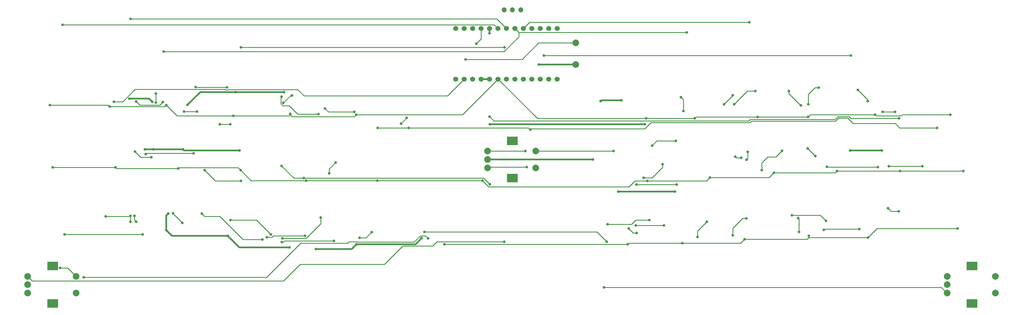
<source format=gbr>
G04 #@! TF.GenerationSoftware,KiCad,Pcbnew,(6.0.10)*
G04 #@! TF.CreationDate,2023-02-02T10:31:19+09:00*
G04 #@! TF.ProjectId,GT40,47543430-2e6b-4696-9361-645f70636258,rev?*
G04 #@! TF.SameCoordinates,Original*
G04 #@! TF.FileFunction,Copper,L1,Top*
G04 #@! TF.FilePolarity,Positive*
%FSLAX46Y46*%
G04 Gerber Fmt 4.6, Leading zero omitted, Abs format (unit mm)*
G04 Created by KiCad (PCBNEW (6.0.10)) date 2023-02-02 10:31:19*
%MOMM*%
%LPD*%
G01*
G04 APERTURE LIST*
G04 #@! TA.AperFunction,ComponentPad*
%ADD10C,2.000000*%
G04 #@! TD*
G04 #@! TA.AperFunction,ComponentPad*
%ADD11R,3.200000X2.500000*%
G04 #@! TD*
G04 #@! TA.AperFunction,ComponentPad*
%ADD12O,1.500000X1.500000*%
G04 #@! TD*
G04 #@! TA.AperFunction,ComponentPad*
%ADD13C,1.524000*%
G04 #@! TD*
G04 #@! TA.AperFunction,ViaPad*
%ADD14C,0.800000*%
G04 #@! TD*
G04 #@! TA.AperFunction,Conductor*
%ADD15C,0.250000*%
G04 #@! TD*
G04 #@! TA.AperFunction,Conductor*
%ADD16C,0.500000*%
G04 #@! TD*
G04 APERTURE END LIST*
D10*
X25837500Y-99425000D03*
X25837500Y-104425000D03*
X25837500Y-101925000D03*
D11*
X33337500Y-107525000D03*
X33337500Y-96325000D03*
D10*
X40337500Y-104425000D03*
X40337500Y-99425000D03*
X302062500Y-99425000D03*
X302062500Y-104425000D03*
X302062500Y-101925000D03*
D11*
X309562500Y-96325000D03*
X309562500Y-107525000D03*
D10*
X316562500Y-104425000D03*
X316562500Y-99425000D03*
X163950000Y-61793700D03*
X163950000Y-66793700D03*
X163950000Y-64293700D03*
D11*
X171450000Y-69893700D03*
X171450000Y-58693700D03*
D10*
X178450000Y-66793700D03*
X178450000Y-61793700D03*
X190500000Y-29250000D03*
X190500000Y-35750000D03*
D12*
X171450000Y-19350000D03*
X168950000Y-19350000D03*
X173950000Y-19350000D03*
D13*
X156972000Y-40156400D03*
X159512000Y-40156400D03*
X162052000Y-40156400D03*
X164592000Y-40156400D03*
X167132000Y-40156400D03*
X169672000Y-40156400D03*
X172212000Y-40156400D03*
X174752000Y-40156400D03*
X177292000Y-40156400D03*
X179832000Y-40156400D03*
X182372000Y-40156400D03*
X184912000Y-40156400D03*
X184912000Y-24936400D03*
X182372000Y-24936400D03*
X179832000Y-24936400D03*
X177292000Y-24936400D03*
X174752000Y-24936400D03*
X172212000Y-24936400D03*
X169672000Y-24936400D03*
X167132000Y-24936400D03*
X164592000Y-24936400D03*
X162052000Y-24936400D03*
X159512000Y-24936400D03*
X156972000Y-24936400D03*
X154432000Y-24936400D03*
X154432000Y-40156400D03*
D14*
X50475800Y-48343300D03*
X104754100Y-50548100D03*
X211681600Y-51972400D03*
X245090200Y-51538900D03*
X226198000Y-51972400D03*
X67494300Y-47942100D03*
X302986600Y-50810000D03*
X124556500Y-50845700D03*
X260229200Y-51538900D03*
X87640100Y-51143300D03*
X32539800Y-47952800D03*
X280428200Y-50810000D03*
X162452900Y-70610000D03*
X287944600Y-67750300D03*
X52215100Y-66650000D03*
X33387900Y-66650000D03*
X71007300Y-67006700D03*
X269018900Y-67750300D03*
X109490400Y-70610000D03*
X250000200Y-68308100D03*
X230757200Y-69724800D03*
X130908500Y-70610000D03*
X89803500Y-67517000D03*
X306950100Y-67750300D03*
X211956900Y-70689000D03*
X60400200Y-86795300D03*
X241217100Y-88234100D03*
X36879200Y-86795300D03*
X102181700Y-89142600D03*
X222461700Y-89435000D03*
X260494500Y-87264800D03*
X206077500Y-89784000D03*
X117817000Y-88724400D03*
X151053000Y-89784000D03*
X278315700Y-87749400D03*
X305248500Y-85064500D03*
X72315500Y-83348100D03*
X69537600Y-80503000D03*
X72841600Y-49904800D03*
X76729900Y-49904800D03*
X113848600Y-81742400D03*
X102340600Y-88006000D03*
X105226900Y-45046900D03*
X102641200Y-47262300D03*
X118326400Y-65191500D03*
X116441000Y-68455200D03*
X125534100Y-87870300D03*
X129182200Y-86099600D03*
X216577400Y-65752700D03*
X210891600Y-69795000D03*
X208796700Y-86408600D03*
X206392300Y-85071500D03*
X222824600Y-49716700D03*
X222091100Y-45607700D03*
X240156700Y-63747900D03*
X238426200Y-63442800D03*
X238101200Y-47685600D03*
X244446300Y-43714600D03*
X246340400Y-67504000D03*
X252451600Y-61648400D03*
X241692000Y-82028900D03*
X237645500Y-87036300D03*
X260370700Y-47724200D03*
X263470800Y-42717000D03*
X257329800Y-81917100D03*
X257516700Y-86024400D03*
X286390500Y-49977100D03*
X282720400Y-49977100D03*
X284523100Y-66320600D03*
X294645700Y-66320600D03*
X287513600Y-79895000D03*
X284319100Y-78946100D03*
X195655500Y-64293700D03*
X73858900Y-47902200D03*
X102823400Y-44055700D03*
X220261200Y-73971400D03*
X203297100Y-73971400D03*
X179400000Y-35800000D03*
X88303800Y-44055700D03*
X197956100Y-46769700D03*
X204246800Y-46521600D03*
X60997200Y-61273100D03*
X211247900Y-53674100D03*
X72442000Y-61273100D03*
X282402300Y-61601100D03*
X68025000Y-80566000D03*
X144186700Y-87930600D03*
X124613400Y-89779800D03*
X164592000Y-26368900D03*
X272940100Y-61601100D03*
X112388600Y-91248600D03*
X67480500Y-85513300D03*
X63584400Y-61273100D03*
X104469400Y-90672000D03*
X85957500Y-87221300D03*
X89524900Y-61610200D03*
X56387400Y-46011400D03*
X164635700Y-53674100D03*
X63200300Y-46946100D03*
X58410100Y-46861500D03*
X66454000Y-47059200D03*
X51761200Y-46928700D03*
X85642800Y-42636100D03*
X76260900Y-42512300D03*
X115179500Y-48934900D03*
X123932700Y-50025000D03*
X137971100Y-53536300D03*
X139707900Y-51799500D03*
X61285600Y-62652100D03*
X75661800Y-62463700D03*
X57925000Y-81263500D03*
X58071100Y-61929100D03*
X58415300Y-83014100D03*
X63008300Y-63629300D03*
X86789100Y-82490000D03*
X98889200Y-86791900D03*
X145017200Y-86022300D03*
X199825000Y-89044500D03*
X208543700Y-84074700D03*
X217025300Y-84074700D03*
X275703500Y-85228900D03*
X264974300Y-85461500D03*
X265892700Y-66507000D03*
X281260700Y-66539300D03*
X220822400Y-71789200D03*
X208691400Y-71789200D03*
X36288900Y-23784100D03*
X201803500Y-61793700D03*
X35547500Y-96901800D03*
X168991500Y-89044500D03*
X146093800Y-88015600D03*
X42655700Y-99707600D03*
X220578400Y-58730000D03*
X49276600Y-81358700D03*
X212601300Y-82499500D03*
X200102100Y-83767800D03*
X56749400Y-83029400D03*
X56749400Y-22037500D03*
X213419100Y-60108700D03*
X56722900Y-81264100D03*
X234996700Y-47685600D03*
X237619700Y-45021700D03*
X242140700Y-61982300D03*
X64363600Y-47220100D03*
X229857600Y-82981300D03*
X66690400Y-31852000D03*
X223810600Y-26073800D03*
X64300400Y-44458000D03*
X96301400Y-88316600D03*
X227071700Y-87565500D03*
X241805000Y-64336500D03*
X78147200Y-80542100D03*
X109138200Y-87280800D03*
X86652400Y-53681000D03*
X265676200Y-82745700D03*
X262419800Y-63247400D03*
X242643800Y-23090000D03*
X79017100Y-67495500D03*
X258120700Y-48043000D03*
X83581900Y-53681000D03*
X254509400Y-43718000D03*
X97691800Y-87655300D03*
X89904000Y-30575200D03*
X169113200Y-30575200D03*
X89908200Y-70701400D03*
X255433900Y-81057700D03*
X260185700Y-61013300D03*
X164658400Y-71731000D03*
X113214600Y-50665500D03*
X278195300Y-46734000D03*
X273164400Y-33046600D03*
X180947700Y-33046600D03*
X102110100Y-66208400D03*
X108780300Y-69884800D03*
X102069700Y-45438200D03*
X275201800Y-43367100D03*
X176866300Y-55337000D03*
X140322600Y-54770000D03*
X130952200Y-54770000D03*
X299048700Y-54770000D03*
X175369200Y-61793700D03*
X175732500Y-66539900D03*
X287621600Y-51955000D03*
X164613700Y-51387300D03*
X198926500Y-102698600D03*
X157400000Y-34200000D03*
X160600000Y-29500000D03*
D15*
X245090200Y-51538900D02*
X226631500Y-51538900D01*
X245090200Y-51538900D02*
X260229200Y-51538900D01*
X260958100Y-50810000D02*
X260229200Y-51538900D01*
X288619900Y-50810000D02*
X302986600Y-50810000D01*
X280822000Y-51203800D02*
X288226100Y-51203800D01*
X124011600Y-51390600D02*
X124556500Y-50845700D01*
X105299000Y-51390600D02*
X124011600Y-51390600D01*
X156442700Y-50845700D02*
X124556500Y-50845700D01*
X32539800Y-47952800D02*
X50085300Y-47952800D01*
X104754100Y-50845700D02*
X104754100Y-50548100D01*
X67033500Y-48402900D02*
X67494300Y-47942100D01*
X67494300Y-47942100D02*
X70695500Y-51143300D01*
X178948000Y-51972400D02*
X167132000Y-40156400D01*
X280428200Y-50810000D02*
X280822000Y-51203800D01*
X70695500Y-51143300D02*
X87640100Y-51143300D01*
X50085300Y-47952800D02*
X50475800Y-48343300D01*
X211681600Y-51972400D02*
X178948000Y-51972400D01*
X50475800Y-48343300D02*
X50535400Y-48402900D01*
X226198000Y-51972400D02*
X211681600Y-51972400D01*
X104456500Y-51143300D02*
X104754100Y-50845700D01*
X104754100Y-50845700D02*
X105299000Y-51390600D01*
X226631500Y-51538900D02*
X226198000Y-51972400D01*
X288226100Y-51203800D02*
X288619900Y-50810000D01*
X50535400Y-48402900D02*
X67033500Y-48402900D01*
X280428200Y-50810000D02*
X260958100Y-50810000D01*
X87640100Y-51143300D02*
X104456500Y-51143300D01*
X167132000Y-40156400D02*
X156442700Y-50845700D01*
X89056900Y-66770400D02*
X71243600Y-66770400D01*
X162452900Y-70610000D02*
X164348800Y-72505900D01*
X250000200Y-68308100D02*
X268461100Y-68308100D01*
X92896500Y-70610000D02*
X109490400Y-70610000D01*
X206462300Y-72505900D02*
X208279200Y-70689000D01*
X248583500Y-69724800D02*
X250000200Y-68308100D01*
X164348800Y-72505900D02*
X206462300Y-72505900D01*
X52571800Y-67006700D02*
X71007300Y-67006700D01*
X269018900Y-67750300D02*
X287944600Y-67750300D01*
X268461100Y-68308100D02*
X269018900Y-67750300D01*
X229793000Y-70689000D02*
X230757200Y-69724800D01*
X230757200Y-69724800D02*
X248583500Y-69724800D01*
X130908500Y-70610000D02*
X162452900Y-70610000D01*
X211956900Y-70689000D02*
X229793000Y-70689000D01*
X287944600Y-67750300D02*
X306950100Y-67750300D01*
X89803500Y-67517000D02*
X92896500Y-70610000D01*
X208279200Y-70689000D02*
X211956900Y-70689000D01*
X89803500Y-67517000D02*
X89056900Y-66770400D01*
X71243600Y-66770400D02*
X71007300Y-67006700D01*
X52215100Y-66650000D02*
X52571800Y-67006700D01*
X33387900Y-66650000D02*
X52215100Y-66650000D01*
X109490400Y-70610000D02*
X130908500Y-70610000D01*
X206077500Y-89784000D02*
X206426500Y-89435000D01*
X305248500Y-85064500D02*
X281000600Y-85064500D01*
X206077500Y-89784000D02*
X151053000Y-89784000D01*
X117817000Y-88724400D02*
X103011300Y-88724400D01*
X260494500Y-87749400D02*
X278315700Y-87749400D01*
X260494500Y-87749400D02*
X260494500Y-87264800D01*
X241217100Y-88234100D02*
X260009800Y-88234100D01*
X103011300Y-88724400D02*
X102593100Y-89142600D01*
X260009800Y-88234100D02*
X260494500Y-87749400D01*
X102593100Y-89142600D02*
X102181700Y-89142600D01*
X240016200Y-89435000D02*
X241217100Y-88234100D01*
X222461700Y-89435000D02*
X240016200Y-89435000D01*
X36879200Y-86795300D02*
X60400200Y-86795300D01*
X281000600Y-85064500D02*
X278315700Y-87749400D01*
X206426500Y-89435000D02*
X222461700Y-89435000D01*
X72315500Y-83348100D02*
X69537600Y-80570200D01*
X69537600Y-80570200D02*
X69537600Y-80503000D01*
X72841600Y-49904800D02*
X76729900Y-49904800D01*
X102340600Y-88006000D02*
X109438500Y-88006000D01*
X109438500Y-88006000D02*
X113848600Y-83595900D01*
X113848600Y-83595900D02*
X113848600Y-81742400D01*
X102641200Y-47262300D02*
X104856600Y-45046900D01*
X104856600Y-45046900D02*
X105226900Y-45046900D01*
X116441000Y-68455200D02*
X116441000Y-67076900D01*
X116441000Y-67076900D02*
X118326400Y-65191500D01*
X127411500Y-87870300D02*
X129182200Y-86099600D01*
X125534100Y-87870300D02*
X127411500Y-87870300D01*
X216577400Y-66632300D02*
X213414700Y-69795000D01*
X216577400Y-65752700D02*
X216577400Y-66632300D01*
X213414700Y-69795000D02*
X210891600Y-69795000D01*
X207729400Y-86408600D02*
X206392300Y-85071500D01*
X208796700Y-86408600D02*
X207729400Y-86408600D01*
X222824600Y-46341200D02*
X222091100Y-45607700D01*
X222824600Y-49716700D02*
X222824600Y-46341200D01*
X238731300Y-63747900D02*
X238426200Y-63442800D01*
X240156700Y-63747900D02*
X238731300Y-63747900D01*
X238101200Y-47685600D02*
X242072200Y-43714600D01*
X242072200Y-43714600D02*
X244446300Y-43714600D01*
X246340400Y-67504000D02*
X246340400Y-65308300D01*
X246340400Y-65308300D02*
X248143800Y-63504900D01*
X250595100Y-63504900D02*
X252451600Y-61648400D01*
X248143800Y-63504900D02*
X250595100Y-63504900D01*
X237645500Y-87036300D02*
X237645500Y-84989700D01*
X237645500Y-84989700D02*
X240606300Y-82028900D01*
X240606300Y-82028900D02*
X241692000Y-82028900D01*
X260370700Y-47724200D02*
X260370700Y-44718600D01*
X262372300Y-42717000D02*
X263470800Y-42717000D01*
X260370700Y-44718600D02*
X262372300Y-42717000D01*
X257516700Y-82104000D02*
X257329800Y-81917100D01*
X257516700Y-86024400D02*
X257516700Y-82104000D01*
X282720400Y-49977100D02*
X286390500Y-49977100D01*
X284523100Y-66320600D02*
X294645700Y-66320600D01*
X285268000Y-79895000D02*
X284319100Y-78946100D01*
X287513600Y-79895000D02*
X285268000Y-79895000D01*
D16*
X204246800Y-46521600D02*
X198204200Y-46521600D01*
X164592000Y-40156400D02*
X162052000Y-40156400D01*
X179450000Y-35750000D02*
X190500000Y-35750000D01*
X77705400Y-44055700D02*
X73858900Y-47902200D01*
X179400000Y-35800000D02*
X179450000Y-35750000D01*
X163950000Y-64293700D02*
X195655500Y-64293700D01*
X88303800Y-44055700D02*
X77705400Y-44055700D01*
X203297100Y-73971400D02*
X220261200Y-73971400D01*
X88303800Y-44055700D02*
X102823400Y-44055700D01*
X198204200Y-46521600D02*
X197956100Y-46769700D01*
X112388600Y-91248600D02*
X123144600Y-91248600D01*
X63200300Y-46946100D02*
X62265600Y-46011400D01*
X72779100Y-61610200D02*
X89524900Y-61610200D01*
X69188500Y-87221300D02*
X67480500Y-85513300D01*
X85957500Y-87221300D02*
X69188500Y-87221300D01*
X142375000Y-89742300D02*
X124650900Y-89742300D01*
X164592000Y-24936400D02*
X164592000Y-26368900D01*
X124650900Y-89742300D02*
X124613400Y-89779800D01*
X164635700Y-53674100D02*
X211247900Y-53674100D01*
X67480500Y-81110500D02*
X67480500Y-85513300D01*
X89408200Y-90672000D02*
X104469400Y-90672000D01*
X63584400Y-61273100D02*
X60997200Y-61273100D01*
X72442000Y-61273100D02*
X63584400Y-61273100D01*
X62265600Y-46011400D02*
X56387400Y-46011400D01*
X144186700Y-87930600D02*
X142375000Y-89742300D01*
X72442000Y-61273100D02*
X72779100Y-61610200D01*
X68025000Y-80566000D02*
X67480500Y-81110500D01*
X272940100Y-61601100D02*
X282402300Y-61601100D01*
X85957500Y-87221300D02*
X89408200Y-90672000D01*
X123144600Y-91248600D02*
X124613400Y-89779800D01*
D15*
X59501400Y-47952800D02*
X58410100Y-46861500D01*
X65560400Y-47952800D02*
X59501400Y-47952800D01*
X66454000Y-47059200D02*
X65560400Y-47952800D01*
X85943200Y-43361200D02*
X86001400Y-43303000D01*
X106959400Y-43303000D02*
X108856800Y-45200400D01*
X151928000Y-45200400D02*
X156972000Y-40156400D01*
X85342500Y-43361200D02*
X85943200Y-43361200D01*
X54406300Y-46928700D02*
X58090300Y-43244700D01*
X85226000Y-43244700D02*
X85342500Y-43361200D01*
X51761200Y-46928700D02*
X54406300Y-46928700D01*
X86001400Y-43303000D02*
X106959400Y-43303000D01*
X108856800Y-45200400D02*
X151928000Y-45200400D01*
X58090300Y-43244700D02*
X85226000Y-43244700D01*
X85642800Y-42636100D02*
X76384700Y-42636100D01*
X76384700Y-42636100D02*
X76260900Y-42512300D01*
X115179500Y-48934900D02*
X116269600Y-50025000D01*
X116269600Y-50025000D02*
X123932700Y-50025000D01*
X137971100Y-53536300D02*
X139707900Y-51799500D01*
X61474000Y-62463700D02*
X75661800Y-62463700D01*
X61285600Y-62652100D02*
X61474000Y-62463700D01*
X58071100Y-61929100D02*
X59771300Y-63629300D01*
X59771300Y-63629300D02*
X63008300Y-63629300D01*
X57925000Y-82523800D02*
X58415300Y-83014100D01*
X57925000Y-81263500D02*
X57925000Y-82523800D01*
X98889200Y-86791900D02*
X94587300Y-82490000D01*
X94587300Y-82490000D02*
X86789100Y-82490000D01*
X145017200Y-86022300D02*
X196802800Y-86022300D01*
X196802800Y-86022300D02*
X199825000Y-89044500D01*
X208543700Y-84074700D02*
X217025300Y-84074700D01*
X275703500Y-85228900D02*
X265206900Y-85228900D01*
X265206900Y-85228900D02*
X264974300Y-85461500D01*
X265925000Y-66539300D02*
X265892700Y-66507000D01*
X281260700Y-66539300D02*
X265925000Y-66539300D01*
X220822400Y-71789200D02*
X208691400Y-71789200D01*
X178450000Y-61793700D02*
X201803500Y-61793700D01*
X165979700Y-23784100D02*
X36288900Y-23784100D01*
X37814300Y-96901800D02*
X35547500Y-96901800D01*
X40337500Y-99425000D02*
X37814300Y-96901800D01*
X167132000Y-24936400D02*
X165979700Y-23784100D01*
X25837500Y-99425000D02*
X27181100Y-100768600D01*
X138480600Y-90317400D02*
X147451100Y-90317400D01*
X147451100Y-90317400D02*
X148724000Y-89044500D01*
X102703900Y-100768600D02*
X107665000Y-95807500D01*
X132990500Y-95807500D02*
X138480600Y-90317400D01*
X27181100Y-100768600D02*
X102703900Y-100768600D01*
X148724000Y-89044500D02*
X168991500Y-89044500D01*
X107665000Y-95807500D02*
X132990500Y-95807500D01*
X42655700Y-99707600D02*
X97594800Y-99707600D01*
X97594800Y-99707600D02*
X107834900Y-89467500D01*
X121876100Y-89467500D02*
X122344900Y-88998700D01*
X141892200Y-89142600D02*
X143831000Y-87203800D01*
X125076800Y-89142600D02*
X141892200Y-89142600D01*
X107834900Y-89467500D02*
X121876100Y-89467500D01*
X145282000Y-87203800D02*
X146093800Y-88015600D01*
X124932900Y-88998700D02*
X125076800Y-89142600D01*
X143831000Y-87203800D02*
X145282000Y-87203800D01*
X122344900Y-88998700D02*
X124932900Y-88998700D01*
X56628300Y-81358700D02*
X56749400Y-81479800D01*
X208560500Y-82499500D02*
X212601300Y-82499500D01*
X56722900Y-81264100D02*
X56628300Y-81358700D01*
X169672000Y-24936400D02*
X166773100Y-22037500D01*
X200102100Y-83767800D02*
X207292200Y-83767800D01*
X56628300Y-81358700D02*
X49276600Y-81358700D01*
X213419100Y-60108700D02*
X214797800Y-58730000D01*
X56749400Y-81479800D02*
X56749400Y-83029400D01*
X207292200Y-83767800D02*
X208560500Y-82499500D01*
X166773100Y-22037500D02*
X56749400Y-22037500D01*
X214797800Y-58730000D02*
X220578400Y-58730000D01*
X223810600Y-26073800D02*
X173349400Y-26073800D01*
X173349400Y-26073800D02*
X173349400Y-27428200D01*
X96301400Y-88316600D02*
X90499200Y-88316600D01*
X168925600Y-31852000D02*
X66690400Y-31852000D01*
X64300400Y-44458000D02*
X64363600Y-44521200D01*
X227071700Y-85767200D02*
X227071700Y-87565500D01*
X173349400Y-26073800D02*
X172212000Y-24936400D01*
X64363600Y-44521200D02*
X64363600Y-47220100D01*
X90499200Y-88316600D02*
X83548700Y-81366100D01*
X173349400Y-27428200D02*
X168925600Y-31852000D01*
X237619700Y-45062600D02*
X237619700Y-45021700D01*
X83548700Y-81366100D02*
X78971200Y-81366100D01*
X242140700Y-64000800D02*
X241805000Y-64336500D01*
X229857600Y-82981300D02*
X227071700Y-85767200D01*
X78971200Y-81366100D02*
X78147200Y-80542100D01*
X234996700Y-47685600D02*
X237619700Y-45062600D01*
X242140700Y-61982300D02*
X242140700Y-64000800D01*
X258046200Y-48043000D02*
X258120700Y-48043000D01*
X79017100Y-67495500D02*
X82223000Y-70701400D01*
X97691800Y-87655300D02*
X99239900Y-87655300D01*
X176598400Y-23090000D02*
X242643800Y-23090000D01*
X99614400Y-87280800D02*
X109138200Y-87280800D01*
X89904000Y-30575200D02*
X169113200Y-30575200D01*
X82223000Y-70701400D02*
X89908200Y-70701400D01*
X174752000Y-24936400D02*
X176598400Y-23090000D01*
X265676200Y-82745700D02*
X263988200Y-81057700D01*
X254509400Y-44506200D02*
X258046200Y-48043000D01*
X83581900Y-53681000D02*
X86652400Y-53681000D01*
X99239900Y-87655300D02*
X99614400Y-87280800D01*
X262419800Y-63247400D02*
X260185700Y-61013300D01*
X254509400Y-43718000D02*
X254509400Y-44506200D01*
X263988200Y-81057700D02*
X255433900Y-81057700D01*
X104390100Y-48149200D02*
X102480200Y-48149200D01*
X275201800Y-43367100D02*
X278195300Y-46360600D01*
X273164400Y-33046600D02*
X180947700Y-33046600D01*
X113214600Y-50665500D02*
X106906400Y-50665500D01*
X162812200Y-69884800D02*
X164658400Y-71731000D01*
X108780300Y-69884800D02*
X162812200Y-69884800D01*
X102480200Y-48149200D02*
X101899900Y-47568900D01*
X101899900Y-47568900D02*
X101899900Y-45608000D01*
X278195300Y-46360600D02*
X278195300Y-46734000D01*
X105786500Y-69884800D02*
X102110100Y-66208400D01*
X101899900Y-45608000D02*
X102069700Y-45438200D01*
X106906400Y-50665500D02*
X104390100Y-48149200D01*
X108780300Y-69884800D02*
X105786500Y-69884800D01*
X211244300Y-55053500D02*
X213123700Y-53174100D01*
X176582800Y-55053500D02*
X176866300Y-55053500D01*
X176866300Y-55053500D02*
X176866300Y-55337000D01*
X130952200Y-54770000D02*
X140322600Y-54770000D01*
X213123700Y-53174100D02*
X242852800Y-53174100D01*
X272184900Y-51850600D02*
X273816800Y-53482500D01*
X242852800Y-53174100D02*
X243246800Y-52780100D01*
X268486900Y-52780100D02*
X269416400Y-51850600D01*
X273816800Y-53482500D02*
X286470900Y-53482500D01*
X176866300Y-55053500D02*
X211244300Y-55053500D01*
X176299300Y-54770000D02*
X176582800Y-55053500D01*
X243246800Y-52780100D02*
X268486900Y-52780100D01*
X269416400Y-51850600D02*
X272184900Y-51850600D01*
X287758400Y-54770000D02*
X299048700Y-54770000D01*
X286470900Y-53482500D02*
X287758400Y-54770000D01*
X140322600Y-54770000D02*
X176299300Y-54770000D01*
X163950000Y-61793700D02*
X175369200Y-61793700D01*
X164203800Y-66539900D02*
X163950000Y-66793700D01*
X175732500Y-66539900D02*
X164203800Y-66539900D01*
X165940600Y-52714200D02*
X164613700Y-51387300D01*
X242451300Y-52714200D02*
X165940600Y-52714200D01*
X287621600Y-51955000D02*
X273151100Y-51955000D01*
X273151100Y-51955000D02*
X272596600Y-51400500D01*
X269229900Y-51400500D02*
X268327900Y-52302500D01*
X268327900Y-52302500D02*
X242863000Y-52302500D01*
X272596600Y-51400500D02*
X269229900Y-51400500D01*
X242863000Y-52302500D02*
X242451300Y-52714200D01*
X302062500Y-104425000D02*
X300336100Y-102698600D01*
X300336100Y-102698600D02*
X198926500Y-102698600D01*
X162052000Y-24936400D02*
X162052000Y-28048000D01*
X179350000Y-29250000D02*
X190500000Y-29250000D01*
X157400000Y-34200000D02*
X174400000Y-34200000D01*
X162052000Y-28048000D02*
X160600000Y-29500000D01*
X174400000Y-34200000D02*
X179350000Y-29250000D01*
M02*

</source>
